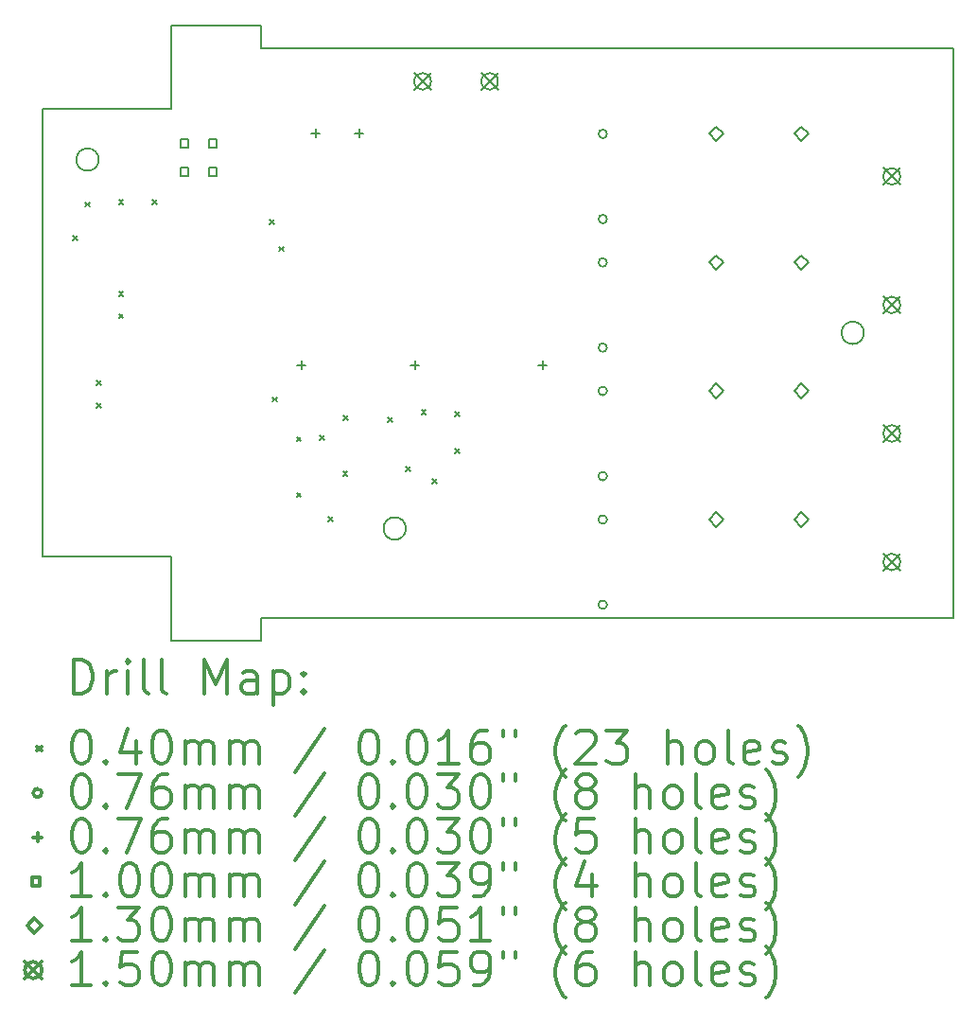
<source format=gbr>
%FSLAX45Y45*%
G04 Gerber Fmt 4.5, Leading zero omitted, Abs format (unit mm)*
G04 Created by KiCad (PCBNEW 5.0.2-bee76a0~70~ubuntu18.04.1) date Mon 02 Dec 2019 10:21:49 PM CET*
%MOMM*%
%LPD*%
G01*
G04 APERTURE LIST*
%ADD10C,0.200000*%
%ADD11C,0.300000*%
G04 APERTURE END LIST*
D10*
X3250000Y1000000D02*
G75*
G03X3250000Y1000000I-100000J0D01*
G01*
X500000Y4300000D02*
G75*
G03X500000Y4300000I-100000J0D01*
G01*
X7350000Y2750000D02*
G75*
G03X7350000Y2750000I-100000J0D01*
G01*
X8150000Y5300000D02*
X8150000Y200000D01*
X8150000Y5300000D02*
X1950000Y5300000D01*
X1950000Y200000D02*
X8150000Y200000D01*
X1950000Y0D02*
X1950000Y200000D01*
X1950000Y5300000D02*
X1950000Y5500000D01*
X1950000Y0D02*
X1150000Y0D01*
X1150000Y5500000D02*
X1950000Y5500000D01*
X1150000Y5500000D02*
X1150000Y4750000D01*
X1150000Y750000D02*
X1150000Y0D01*
X1150000Y750000D02*
X0Y750000D01*
X0Y4750000D02*
X1150000Y4750000D01*
X0Y750000D02*
X0Y4750000D01*
D10*
X270000Y3620000D02*
X310000Y3580000D01*
X310000Y3620000D02*
X270000Y3580000D01*
X380000Y3920000D02*
X420000Y3880000D01*
X420000Y3920000D02*
X380000Y3880000D01*
X480000Y2320000D02*
X520000Y2280000D01*
X520000Y2320000D02*
X480000Y2280000D01*
X480000Y2120000D02*
X520000Y2080000D01*
X520000Y2120000D02*
X480000Y2080000D01*
X680000Y3940000D02*
X720000Y3900000D01*
X720000Y3940000D02*
X680000Y3900000D01*
X680000Y3120000D02*
X720000Y3080000D01*
X720000Y3120000D02*
X680000Y3080000D01*
X680000Y2920000D02*
X720000Y2880000D01*
X720000Y2920000D02*
X680000Y2880000D01*
X980000Y3940000D02*
X1020000Y3900000D01*
X1020000Y3940000D02*
X980000Y3900000D01*
X2030000Y3760000D02*
X2070000Y3720000D01*
X2070000Y3760000D02*
X2030000Y3720000D01*
X2055000Y2175000D02*
X2095000Y2135000D01*
X2095000Y2175000D02*
X2055000Y2135000D01*
X2115000Y3520000D02*
X2155000Y3480000D01*
X2155000Y3520000D02*
X2115000Y3480000D01*
X2272500Y1820000D02*
X2312500Y1780000D01*
X2312500Y1820000D02*
X2272500Y1780000D01*
X2272500Y1320000D02*
X2312500Y1280000D01*
X2312500Y1320000D02*
X2272500Y1280000D01*
X2480000Y1830000D02*
X2520000Y1790000D01*
X2520000Y1830000D02*
X2480000Y1790000D01*
X2555000Y1105000D02*
X2595000Y1065000D01*
X2595000Y1105000D02*
X2555000Y1065000D01*
X2687500Y1507500D02*
X2727500Y1467500D01*
X2727500Y1507500D02*
X2687500Y1467500D01*
X2690000Y2007500D02*
X2730000Y1967500D01*
X2730000Y2007500D02*
X2690000Y1967500D01*
X3090000Y1991000D02*
X3130000Y1951000D01*
X3130000Y1991000D02*
X3090000Y1951000D01*
X3250000Y1551000D02*
X3290000Y1511000D01*
X3290000Y1551000D02*
X3250000Y1511000D01*
X3390000Y2061000D02*
X3430000Y2021000D01*
X3430000Y2061000D02*
X3390000Y2021000D01*
X3490000Y1442500D02*
X3530000Y1402500D01*
X3530000Y1442500D02*
X3490000Y1402500D01*
X3690000Y2041000D02*
X3730000Y2001000D01*
X3730000Y2041000D02*
X3690000Y2001000D01*
X3690000Y1711000D02*
X3730000Y1671000D01*
X3730000Y1711000D02*
X3690000Y1671000D01*
X5050500Y2230000D02*
G75*
G03X5050500Y2230000I-38000J0D01*
G01*
X5050500Y1468000D02*
G75*
G03X5050500Y1468000I-38000J0D01*
G01*
X5050500Y4530000D02*
G75*
G03X5050500Y4530000I-38000J0D01*
G01*
X5050500Y3768000D02*
G75*
G03X5050500Y3768000I-38000J0D01*
G01*
X5050500Y3380000D02*
G75*
G03X5050500Y3380000I-38000J0D01*
G01*
X5050500Y2618000D02*
G75*
G03X5050500Y2618000I-38000J0D01*
G01*
X5050500Y1080000D02*
G75*
G03X5050500Y1080000I-38000J0D01*
G01*
X5050500Y318000D02*
G75*
G03X5050500Y318000I-38000J0D01*
G01*
X2314000Y2500100D02*
X2314000Y2423900D01*
X2275900Y2462000D02*
X2352100Y2462000D01*
X2443000Y4576100D02*
X2443000Y4499900D01*
X2404900Y4538000D02*
X2481100Y4538000D01*
X2833000Y4576100D02*
X2833000Y4499900D01*
X2794900Y4538000D02*
X2871100Y4538000D01*
X3330000Y2500100D02*
X3330000Y2423900D01*
X3291900Y2462000D02*
X3368100Y2462000D01*
X4473000Y2500100D02*
X4473000Y2423900D01*
X4434900Y2462000D02*
X4511100Y2462000D01*
X1305356Y4409644D02*
X1305356Y4480356D01*
X1234644Y4480356D01*
X1234644Y4409644D01*
X1305356Y4409644D01*
X1305356Y4155644D02*
X1305356Y4226356D01*
X1234644Y4226356D01*
X1234644Y4155644D01*
X1305356Y4155644D01*
X1559356Y4409644D02*
X1559356Y4480356D01*
X1488644Y4480356D01*
X1488644Y4409644D01*
X1559356Y4409644D01*
X1559356Y4155644D02*
X1559356Y4226356D01*
X1488644Y4226356D01*
X1488644Y4155644D01*
X1559356Y4155644D01*
X6028500Y4465000D02*
X6093500Y4530000D01*
X6028500Y4595000D01*
X5963500Y4530000D01*
X6028500Y4465000D01*
X6790500Y4465000D02*
X6855500Y4530000D01*
X6790500Y4595000D01*
X6725500Y4530000D01*
X6790500Y4465000D01*
X6028500Y3315000D02*
X6093500Y3380000D01*
X6028500Y3445000D01*
X5963500Y3380000D01*
X6028500Y3315000D01*
X6790500Y3315000D02*
X6855500Y3380000D01*
X6790500Y3445000D01*
X6725500Y3380000D01*
X6790500Y3315000D01*
X6028500Y1015000D02*
X6093500Y1080000D01*
X6028500Y1145000D01*
X5963500Y1080000D01*
X6028500Y1015000D01*
X6790500Y1015000D02*
X6855500Y1080000D01*
X6790500Y1145000D01*
X6725500Y1080000D01*
X6790500Y1015000D01*
X6028500Y2165000D02*
X6093500Y2230000D01*
X6028500Y2295000D01*
X5963500Y2230000D01*
X6028500Y2165000D01*
X6790500Y2165000D02*
X6855500Y2230000D01*
X6790500Y2295000D01*
X6725500Y2230000D01*
X6790500Y2165000D01*
X7525000Y4225000D02*
X7675000Y4075000D01*
X7675000Y4225000D02*
X7525000Y4075000D01*
X7675000Y4150000D02*
G75*
G03X7675000Y4150000I-75000J0D01*
G01*
X7525000Y3075000D02*
X7675000Y2925000D01*
X7675000Y3075000D02*
X7525000Y2925000D01*
X7675000Y3000000D02*
G75*
G03X7675000Y3000000I-75000J0D01*
G01*
X7525000Y775000D02*
X7675000Y625000D01*
X7675000Y775000D02*
X7525000Y625000D01*
X7675000Y700000D02*
G75*
G03X7675000Y700000I-75000J0D01*
G01*
X7525000Y1925000D02*
X7675000Y1775000D01*
X7675000Y1925000D02*
X7525000Y1775000D01*
X7675000Y1850000D02*
G75*
G03X7675000Y1850000I-75000J0D01*
G01*
X3325000Y5075000D02*
X3475000Y4925000D01*
X3475000Y5075000D02*
X3325000Y4925000D01*
X3475000Y5000000D02*
G75*
G03X3475000Y5000000I-75000J0D01*
G01*
X3925000Y5075000D02*
X4075000Y4925000D01*
X4075000Y5075000D02*
X3925000Y4925000D01*
X4075000Y5000000D02*
G75*
G03X4075000Y5000000I-75000J0D01*
G01*
D11*
X276428Y-475714D02*
X276428Y-175714D01*
X347857Y-175714D01*
X390714Y-190000D01*
X419286Y-218571D01*
X433571Y-247143D01*
X447857Y-304286D01*
X447857Y-347143D01*
X433571Y-404286D01*
X419286Y-432857D01*
X390714Y-461429D01*
X347857Y-475714D01*
X276428Y-475714D01*
X576428Y-475714D02*
X576428Y-275714D01*
X576428Y-332857D02*
X590714Y-304286D01*
X605000Y-290000D01*
X633571Y-275714D01*
X662143Y-275714D01*
X762143Y-475714D02*
X762143Y-275714D01*
X762143Y-175714D02*
X747857Y-190000D01*
X762143Y-204286D01*
X776428Y-190000D01*
X762143Y-175714D01*
X762143Y-204286D01*
X947857Y-475714D02*
X919286Y-461429D01*
X905000Y-432857D01*
X905000Y-175714D01*
X1105000Y-475714D02*
X1076428Y-461429D01*
X1062143Y-432857D01*
X1062143Y-175714D01*
X1447857Y-475714D02*
X1447857Y-175714D01*
X1547857Y-390000D01*
X1647857Y-175714D01*
X1647857Y-475714D01*
X1919286Y-475714D02*
X1919286Y-318572D01*
X1905000Y-290000D01*
X1876428Y-275714D01*
X1819286Y-275714D01*
X1790714Y-290000D01*
X1919286Y-461429D02*
X1890714Y-475714D01*
X1819286Y-475714D01*
X1790714Y-461429D01*
X1776428Y-432857D01*
X1776428Y-404286D01*
X1790714Y-375714D01*
X1819286Y-361429D01*
X1890714Y-361429D01*
X1919286Y-347143D01*
X2062143Y-275714D02*
X2062143Y-575714D01*
X2062143Y-290000D02*
X2090714Y-275714D01*
X2147857Y-275714D01*
X2176428Y-290000D01*
X2190714Y-304286D01*
X2205000Y-332857D01*
X2205000Y-418571D01*
X2190714Y-447143D01*
X2176428Y-461429D01*
X2147857Y-475714D01*
X2090714Y-475714D01*
X2062143Y-461429D01*
X2333571Y-447143D02*
X2347857Y-461429D01*
X2333571Y-475714D01*
X2319286Y-461429D01*
X2333571Y-447143D01*
X2333571Y-475714D01*
X2333571Y-290000D02*
X2347857Y-304286D01*
X2333571Y-318572D01*
X2319286Y-304286D01*
X2333571Y-290000D01*
X2333571Y-318572D01*
X-50000Y-950000D02*
X-10000Y-990000D01*
X-10000Y-950000D02*
X-50000Y-990000D01*
X333571Y-805714D02*
X362143Y-805714D01*
X390714Y-820000D01*
X405000Y-834286D01*
X419286Y-862857D01*
X433571Y-920000D01*
X433571Y-991429D01*
X419286Y-1048571D01*
X405000Y-1077143D01*
X390714Y-1091429D01*
X362143Y-1105714D01*
X333571Y-1105714D01*
X305000Y-1091429D01*
X290714Y-1077143D01*
X276428Y-1048571D01*
X262143Y-991429D01*
X262143Y-920000D01*
X276428Y-862857D01*
X290714Y-834286D01*
X305000Y-820000D01*
X333571Y-805714D01*
X562143Y-1077143D02*
X576428Y-1091429D01*
X562143Y-1105714D01*
X547857Y-1091429D01*
X562143Y-1077143D01*
X562143Y-1105714D01*
X833571Y-905714D02*
X833571Y-1105714D01*
X762143Y-791429D02*
X690714Y-1005714D01*
X876428Y-1005714D01*
X1047857Y-805714D02*
X1076428Y-805714D01*
X1105000Y-820000D01*
X1119286Y-834286D01*
X1133571Y-862857D01*
X1147857Y-920000D01*
X1147857Y-991429D01*
X1133571Y-1048571D01*
X1119286Y-1077143D01*
X1105000Y-1091429D01*
X1076428Y-1105714D01*
X1047857Y-1105714D01*
X1019286Y-1091429D01*
X1005000Y-1077143D01*
X990714Y-1048571D01*
X976428Y-991429D01*
X976428Y-920000D01*
X990714Y-862857D01*
X1005000Y-834286D01*
X1019286Y-820000D01*
X1047857Y-805714D01*
X1276428Y-1105714D02*
X1276428Y-905714D01*
X1276428Y-934286D02*
X1290714Y-920000D01*
X1319286Y-905714D01*
X1362143Y-905714D01*
X1390714Y-920000D01*
X1405000Y-948571D01*
X1405000Y-1105714D01*
X1405000Y-948571D02*
X1419286Y-920000D01*
X1447857Y-905714D01*
X1490714Y-905714D01*
X1519286Y-920000D01*
X1533571Y-948571D01*
X1533571Y-1105714D01*
X1676428Y-1105714D02*
X1676428Y-905714D01*
X1676428Y-934286D02*
X1690714Y-920000D01*
X1719286Y-905714D01*
X1762143Y-905714D01*
X1790714Y-920000D01*
X1805000Y-948571D01*
X1805000Y-1105714D01*
X1805000Y-948571D02*
X1819286Y-920000D01*
X1847857Y-905714D01*
X1890714Y-905714D01*
X1919286Y-920000D01*
X1933571Y-948571D01*
X1933571Y-1105714D01*
X2519286Y-791429D02*
X2262143Y-1177143D01*
X2905000Y-805714D02*
X2933571Y-805714D01*
X2962143Y-820000D01*
X2976428Y-834286D01*
X2990714Y-862857D01*
X3005000Y-920000D01*
X3005000Y-991429D01*
X2990714Y-1048571D01*
X2976428Y-1077143D01*
X2962143Y-1091429D01*
X2933571Y-1105714D01*
X2905000Y-1105714D01*
X2876428Y-1091429D01*
X2862143Y-1077143D01*
X2847857Y-1048571D01*
X2833571Y-991429D01*
X2833571Y-920000D01*
X2847857Y-862857D01*
X2862143Y-834286D01*
X2876428Y-820000D01*
X2905000Y-805714D01*
X3133571Y-1077143D02*
X3147857Y-1091429D01*
X3133571Y-1105714D01*
X3119286Y-1091429D01*
X3133571Y-1077143D01*
X3133571Y-1105714D01*
X3333571Y-805714D02*
X3362143Y-805714D01*
X3390714Y-820000D01*
X3405000Y-834286D01*
X3419286Y-862857D01*
X3433571Y-920000D01*
X3433571Y-991429D01*
X3419286Y-1048571D01*
X3405000Y-1077143D01*
X3390714Y-1091429D01*
X3362143Y-1105714D01*
X3333571Y-1105714D01*
X3305000Y-1091429D01*
X3290714Y-1077143D01*
X3276428Y-1048571D01*
X3262143Y-991429D01*
X3262143Y-920000D01*
X3276428Y-862857D01*
X3290714Y-834286D01*
X3305000Y-820000D01*
X3333571Y-805714D01*
X3719286Y-1105714D02*
X3547857Y-1105714D01*
X3633571Y-1105714D02*
X3633571Y-805714D01*
X3605000Y-848571D01*
X3576428Y-877143D01*
X3547857Y-891429D01*
X3976428Y-805714D02*
X3919286Y-805714D01*
X3890714Y-820000D01*
X3876428Y-834286D01*
X3847857Y-877143D01*
X3833571Y-934286D01*
X3833571Y-1048571D01*
X3847857Y-1077143D01*
X3862143Y-1091429D01*
X3890714Y-1105714D01*
X3947857Y-1105714D01*
X3976428Y-1091429D01*
X3990714Y-1077143D01*
X4005000Y-1048571D01*
X4005000Y-977143D01*
X3990714Y-948571D01*
X3976428Y-934286D01*
X3947857Y-920000D01*
X3890714Y-920000D01*
X3862143Y-934286D01*
X3847857Y-948571D01*
X3833571Y-977143D01*
X4119286Y-805714D02*
X4119286Y-862857D01*
X4233571Y-805714D02*
X4233571Y-862857D01*
X4676428Y-1220000D02*
X4662143Y-1205714D01*
X4633571Y-1162857D01*
X4619286Y-1134286D01*
X4605000Y-1091429D01*
X4590714Y-1020000D01*
X4590714Y-962857D01*
X4605000Y-891429D01*
X4619286Y-848571D01*
X4633571Y-820000D01*
X4662143Y-777143D01*
X4676428Y-762857D01*
X4776428Y-834286D02*
X4790714Y-820000D01*
X4819286Y-805714D01*
X4890714Y-805714D01*
X4919286Y-820000D01*
X4933571Y-834286D01*
X4947857Y-862857D01*
X4947857Y-891429D01*
X4933571Y-934286D01*
X4762143Y-1105714D01*
X4947857Y-1105714D01*
X5047857Y-805714D02*
X5233571Y-805714D01*
X5133571Y-920000D01*
X5176428Y-920000D01*
X5205000Y-934286D01*
X5219286Y-948571D01*
X5233571Y-977143D01*
X5233571Y-1048571D01*
X5219286Y-1077143D01*
X5205000Y-1091429D01*
X5176428Y-1105714D01*
X5090714Y-1105714D01*
X5062143Y-1091429D01*
X5047857Y-1077143D01*
X5590714Y-1105714D02*
X5590714Y-805714D01*
X5719286Y-1105714D02*
X5719286Y-948571D01*
X5705000Y-920000D01*
X5676428Y-905714D01*
X5633571Y-905714D01*
X5605000Y-920000D01*
X5590714Y-934286D01*
X5905000Y-1105714D02*
X5876428Y-1091429D01*
X5862143Y-1077143D01*
X5847857Y-1048571D01*
X5847857Y-962857D01*
X5862143Y-934286D01*
X5876428Y-920000D01*
X5905000Y-905714D01*
X5947857Y-905714D01*
X5976428Y-920000D01*
X5990714Y-934286D01*
X6005000Y-962857D01*
X6005000Y-1048571D01*
X5990714Y-1077143D01*
X5976428Y-1091429D01*
X5947857Y-1105714D01*
X5905000Y-1105714D01*
X6176428Y-1105714D02*
X6147857Y-1091429D01*
X6133571Y-1062857D01*
X6133571Y-805714D01*
X6405000Y-1091429D02*
X6376428Y-1105714D01*
X6319286Y-1105714D01*
X6290714Y-1091429D01*
X6276428Y-1062857D01*
X6276428Y-948571D01*
X6290714Y-920000D01*
X6319286Y-905714D01*
X6376428Y-905714D01*
X6405000Y-920000D01*
X6419286Y-948571D01*
X6419286Y-977143D01*
X6276428Y-1005714D01*
X6533571Y-1091429D02*
X6562143Y-1105714D01*
X6619286Y-1105714D01*
X6647857Y-1091429D01*
X6662143Y-1062857D01*
X6662143Y-1048571D01*
X6647857Y-1020000D01*
X6619286Y-1005714D01*
X6576428Y-1005714D01*
X6547857Y-991429D01*
X6533571Y-962857D01*
X6533571Y-948571D01*
X6547857Y-920000D01*
X6576428Y-905714D01*
X6619286Y-905714D01*
X6647857Y-920000D01*
X6762143Y-1220000D02*
X6776428Y-1205714D01*
X6805000Y-1162857D01*
X6819286Y-1134286D01*
X6833571Y-1091429D01*
X6847857Y-1020000D01*
X6847857Y-962857D01*
X6833571Y-891429D01*
X6819286Y-848571D01*
X6805000Y-820000D01*
X6776428Y-777143D01*
X6762143Y-762857D01*
X-10000Y-1366000D02*
G75*
G03X-10000Y-1366000I-38000J0D01*
G01*
X333571Y-1201714D02*
X362143Y-1201714D01*
X390714Y-1216000D01*
X405000Y-1230286D01*
X419286Y-1258857D01*
X433571Y-1316000D01*
X433571Y-1387429D01*
X419286Y-1444571D01*
X405000Y-1473143D01*
X390714Y-1487429D01*
X362143Y-1501714D01*
X333571Y-1501714D01*
X305000Y-1487429D01*
X290714Y-1473143D01*
X276428Y-1444571D01*
X262143Y-1387429D01*
X262143Y-1316000D01*
X276428Y-1258857D01*
X290714Y-1230286D01*
X305000Y-1216000D01*
X333571Y-1201714D01*
X562143Y-1473143D02*
X576428Y-1487429D01*
X562143Y-1501714D01*
X547857Y-1487429D01*
X562143Y-1473143D01*
X562143Y-1501714D01*
X676428Y-1201714D02*
X876428Y-1201714D01*
X747857Y-1501714D01*
X1119286Y-1201714D02*
X1062143Y-1201714D01*
X1033571Y-1216000D01*
X1019286Y-1230286D01*
X990714Y-1273143D01*
X976428Y-1330286D01*
X976428Y-1444571D01*
X990714Y-1473143D01*
X1005000Y-1487429D01*
X1033571Y-1501714D01*
X1090714Y-1501714D01*
X1119286Y-1487429D01*
X1133571Y-1473143D01*
X1147857Y-1444571D01*
X1147857Y-1373143D01*
X1133571Y-1344572D01*
X1119286Y-1330286D01*
X1090714Y-1316000D01*
X1033571Y-1316000D01*
X1005000Y-1330286D01*
X990714Y-1344572D01*
X976428Y-1373143D01*
X1276428Y-1501714D02*
X1276428Y-1301714D01*
X1276428Y-1330286D02*
X1290714Y-1316000D01*
X1319286Y-1301714D01*
X1362143Y-1301714D01*
X1390714Y-1316000D01*
X1405000Y-1344572D01*
X1405000Y-1501714D01*
X1405000Y-1344572D02*
X1419286Y-1316000D01*
X1447857Y-1301714D01*
X1490714Y-1301714D01*
X1519286Y-1316000D01*
X1533571Y-1344572D01*
X1533571Y-1501714D01*
X1676428Y-1501714D02*
X1676428Y-1301714D01*
X1676428Y-1330286D02*
X1690714Y-1316000D01*
X1719286Y-1301714D01*
X1762143Y-1301714D01*
X1790714Y-1316000D01*
X1805000Y-1344572D01*
X1805000Y-1501714D01*
X1805000Y-1344572D02*
X1819286Y-1316000D01*
X1847857Y-1301714D01*
X1890714Y-1301714D01*
X1919286Y-1316000D01*
X1933571Y-1344572D01*
X1933571Y-1501714D01*
X2519286Y-1187429D02*
X2262143Y-1573143D01*
X2905000Y-1201714D02*
X2933571Y-1201714D01*
X2962143Y-1216000D01*
X2976428Y-1230286D01*
X2990714Y-1258857D01*
X3005000Y-1316000D01*
X3005000Y-1387429D01*
X2990714Y-1444571D01*
X2976428Y-1473143D01*
X2962143Y-1487429D01*
X2933571Y-1501714D01*
X2905000Y-1501714D01*
X2876428Y-1487429D01*
X2862143Y-1473143D01*
X2847857Y-1444571D01*
X2833571Y-1387429D01*
X2833571Y-1316000D01*
X2847857Y-1258857D01*
X2862143Y-1230286D01*
X2876428Y-1216000D01*
X2905000Y-1201714D01*
X3133571Y-1473143D02*
X3147857Y-1487429D01*
X3133571Y-1501714D01*
X3119286Y-1487429D01*
X3133571Y-1473143D01*
X3133571Y-1501714D01*
X3333571Y-1201714D02*
X3362143Y-1201714D01*
X3390714Y-1216000D01*
X3405000Y-1230286D01*
X3419286Y-1258857D01*
X3433571Y-1316000D01*
X3433571Y-1387429D01*
X3419286Y-1444571D01*
X3405000Y-1473143D01*
X3390714Y-1487429D01*
X3362143Y-1501714D01*
X3333571Y-1501714D01*
X3305000Y-1487429D01*
X3290714Y-1473143D01*
X3276428Y-1444571D01*
X3262143Y-1387429D01*
X3262143Y-1316000D01*
X3276428Y-1258857D01*
X3290714Y-1230286D01*
X3305000Y-1216000D01*
X3333571Y-1201714D01*
X3533571Y-1201714D02*
X3719286Y-1201714D01*
X3619286Y-1316000D01*
X3662143Y-1316000D01*
X3690714Y-1330286D01*
X3705000Y-1344572D01*
X3719286Y-1373143D01*
X3719286Y-1444571D01*
X3705000Y-1473143D01*
X3690714Y-1487429D01*
X3662143Y-1501714D01*
X3576428Y-1501714D01*
X3547857Y-1487429D01*
X3533571Y-1473143D01*
X3905000Y-1201714D02*
X3933571Y-1201714D01*
X3962143Y-1216000D01*
X3976428Y-1230286D01*
X3990714Y-1258857D01*
X4005000Y-1316000D01*
X4005000Y-1387429D01*
X3990714Y-1444571D01*
X3976428Y-1473143D01*
X3962143Y-1487429D01*
X3933571Y-1501714D01*
X3905000Y-1501714D01*
X3876428Y-1487429D01*
X3862143Y-1473143D01*
X3847857Y-1444571D01*
X3833571Y-1387429D01*
X3833571Y-1316000D01*
X3847857Y-1258857D01*
X3862143Y-1230286D01*
X3876428Y-1216000D01*
X3905000Y-1201714D01*
X4119286Y-1201714D02*
X4119286Y-1258857D01*
X4233571Y-1201714D02*
X4233571Y-1258857D01*
X4676428Y-1616000D02*
X4662143Y-1601714D01*
X4633571Y-1558857D01*
X4619286Y-1530286D01*
X4605000Y-1487429D01*
X4590714Y-1416000D01*
X4590714Y-1358857D01*
X4605000Y-1287429D01*
X4619286Y-1244572D01*
X4633571Y-1216000D01*
X4662143Y-1173143D01*
X4676428Y-1158857D01*
X4833571Y-1330286D02*
X4805000Y-1316000D01*
X4790714Y-1301714D01*
X4776428Y-1273143D01*
X4776428Y-1258857D01*
X4790714Y-1230286D01*
X4805000Y-1216000D01*
X4833571Y-1201714D01*
X4890714Y-1201714D01*
X4919286Y-1216000D01*
X4933571Y-1230286D01*
X4947857Y-1258857D01*
X4947857Y-1273143D01*
X4933571Y-1301714D01*
X4919286Y-1316000D01*
X4890714Y-1330286D01*
X4833571Y-1330286D01*
X4805000Y-1344572D01*
X4790714Y-1358857D01*
X4776428Y-1387429D01*
X4776428Y-1444571D01*
X4790714Y-1473143D01*
X4805000Y-1487429D01*
X4833571Y-1501714D01*
X4890714Y-1501714D01*
X4919286Y-1487429D01*
X4933571Y-1473143D01*
X4947857Y-1444571D01*
X4947857Y-1387429D01*
X4933571Y-1358857D01*
X4919286Y-1344572D01*
X4890714Y-1330286D01*
X5305000Y-1501714D02*
X5305000Y-1201714D01*
X5433571Y-1501714D02*
X5433571Y-1344572D01*
X5419286Y-1316000D01*
X5390714Y-1301714D01*
X5347857Y-1301714D01*
X5319286Y-1316000D01*
X5305000Y-1330286D01*
X5619286Y-1501714D02*
X5590714Y-1487429D01*
X5576428Y-1473143D01*
X5562143Y-1444571D01*
X5562143Y-1358857D01*
X5576428Y-1330286D01*
X5590714Y-1316000D01*
X5619286Y-1301714D01*
X5662143Y-1301714D01*
X5690714Y-1316000D01*
X5705000Y-1330286D01*
X5719286Y-1358857D01*
X5719286Y-1444571D01*
X5705000Y-1473143D01*
X5690714Y-1487429D01*
X5662143Y-1501714D01*
X5619286Y-1501714D01*
X5890714Y-1501714D02*
X5862143Y-1487429D01*
X5847857Y-1458857D01*
X5847857Y-1201714D01*
X6119286Y-1487429D02*
X6090714Y-1501714D01*
X6033571Y-1501714D01*
X6005000Y-1487429D01*
X5990714Y-1458857D01*
X5990714Y-1344572D01*
X6005000Y-1316000D01*
X6033571Y-1301714D01*
X6090714Y-1301714D01*
X6119286Y-1316000D01*
X6133571Y-1344572D01*
X6133571Y-1373143D01*
X5990714Y-1401714D01*
X6247857Y-1487429D02*
X6276428Y-1501714D01*
X6333571Y-1501714D01*
X6362143Y-1487429D01*
X6376428Y-1458857D01*
X6376428Y-1444571D01*
X6362143Y-1416000D01*
X6333571Y-1401714D01*
X6290714Y-1401714D01*
X6262143Y-1387429D01*
X6247857Y-1358857D01*
X6247857Y-1344572D01*
X6262143Y-1316000D01*
X6290714Y-1301714D01*
X6333571Y-1301714D01*
X6362143Y-1316000D01*
X6476428Y-1616000D02*
X6490714Y-1601714D01*
X6519286Y-1558857D01*
X6533571Y-1530286D01*
X6547857Y-1487429D01*
X6562143Y-1416000D01*
X6562143Y-1358857D01*
X6547857Y-1287429D01*
X6533571Y-1244572D01*
X6519286Y-1216000D01*
X6490714Y-1173143D01*
X6476428Y-1158857D01*
X-48100Y-1723900D02*
X-48100Y-1800100D01*
X-86200Y-1762000D02*
X-10000Y-1762000D01*
X333571Y-1597714D02*
X362143Y-1597714D01*
X390714Y-1612000D01*
X405000Y-1626286D01*
X419286Y-1654857D01*
X433571Y-1712000D01*
X433571Y-1783429D01*
X419286Y-1840571D01*
X405000Y-1869143D01*
X390714Y-1883429D01*
X362143Y-1897714D01*
X333571Y-1897714D01*
X305000Y-1883429D01*
X290714Y-1869143D01*
X276428Y-1840571D01*
X262143Y-1783429D01*
X262143Y-1712000D01*
X276428Y-1654857D01*
X290714Y-1626286D01*
X305000Y-1612000D01*
X333571Y-1597714D01*
X562143Y-1869143D02*
X576428Y-1883429D01*
X562143Y-1897714D01*
X547857Y-1883429D01*
X562143Y-1869143D01*
X562143Y-1897714D01*
X676428Y-1597714D02*
X876428Y-1597714D01*
X747857Y-1897714D01*
X1119286Y-1597714D02*
X1062143Y-1597714D01*
X1033571Y-1612000D01*
X1019286Y-1626286D01*
X990714Y-1669143D01*
X976428Y-1726286D01*
X976428Y-1840571D01*
X990714Y-1869143D01*
X1005000Y-1883429D01*
X1033571Y-1897714D01*
X1090714Y-1897714D01*
X1119286Y-1883429D01*
X1133571Y-1869143D01*
X1147857Y-1840571D01*
X1147857Y-1769143D01*
X1133571Y-1740571D01*
X1119286Y-1726286D01*
X1090714Y-1712000D01*
X1033571Y-1712000D01*
X1005000Y-1726286D01*
X990714Y-1740571D01*
X976428Y-1769143D01*
X1276428Y-1897714D02*
X1276428Y-1697714D01*
X1276428Y-1726286D02*
X1290714Y-1712000D01*
X1319286Y-1697714D01*
X1362143Y-1697714D01*
X1390714Y-1712000D01*
X1405000Y-1740571D01*
X1405000Y-1897714D01*
X1405000Y-1740571D02*
X1419286Y-1712000D01*
X1447857Y-1697714D01*
X1490714Y-1697714D01*
X1519286Y-1712000D01*
X1533571Y-1740571D01*
X1533571Y-1897714D01*
X1676428Y-1897714D02*
X1676428Y-1697714D01*
X1676428Y-1726286D02*
X1690714Y-1712000D01*
X1719286Y-1697714D01*
X1762143Y-1697714D01*
X1790714Y-1712000D01*
X1805000Y-1740571D01*
X1805000Y-1897714D01*
X1805000Y-1740571D02*
X1819286Y-1712000D01*
X1847857Y-1697714D01*
X1890714Y-1697714D01*
X1919286Y-1712000D01*
X1933571Y-1740571D01*
X1933571Y-1897714D01*
X2519286Y-1583429D02*
X2262143Y-1969143D01*
X2905000Y-1597714D02*
X2933571Y-1597714D01*
X2962143Y-1612000D01*
X2976428Y-1626286D01*
X2990714Y-1654857D01*
X3005000Y-1712000D01*
X3005000Y-1783429D01*
X2990714Y-1840571D01*
X2976428Y-1869143D01*
X2962143Y-1883429D01*
X2933571Y-1897714D01*
X2905000Y-1897714D01*
X2876428Y-1883429D01*
X2862143Y-1869143D01*
X2847857Y-1840571D01*
X2833571Y-1783429D01*
X2833571Y-1712000D01*
X2847857Y-1654857D01*
X2862143Y-1626286D01*
X2876428Y-1612000D01*
X2905000Y-1597714D01*
X3133571Y-1869143D02*
X3147857Y-1883429D01*
X3133571Y-1897714D01*
X3119286Y-1883429D01*
X3133571Y-1869143D01*
X3133571Y-1897714D01*
X3333571Y-1597714D02*
X3362143Y-1597714D01*
X3390714Y-1612000D01*
X3405000Y-1626286D01*
X3419286Y-1654857D01*
X3433571Y-1712000D01*
X3433571Y-1783429D01*
X3419286Y-1840571D01*
X3405000Y-1869143D01*
X3390714Y-1883429D01*
X3362143Y-1897714D01*
X3333571Y-1897714D01*
X3305000Y-1883429D01*
X3290714Y-1869143D01*
X3276428Y-1840571D01*
X3262143Y-1783429D01*
X3262143Y-1712000D01*
X3276428Y-1654857D01*
X3290714Y-1626286D01*
X3305000Y-1612000D01*
X3333571Y-1597714D01*
X3533571Y-1597714D02*
X3719286Y-1597714D01*
X3619286Y-1712000D01*
X3662143Y-1712000D01*
X3690714Y-1726286D01*
X3705000Y-1740571D01*
X3719286Y-1769143D01*
X3719286Y-1840571D01*
X3705000Y-1869143D01*
X3690714Y-1883429D01*
X3662143Y-1897714D01*
X3576428Y-1897714D01*
X3547857Y-1883429D01*
X3533571Y-1869143D01*
X3905000Y-1597714D02*
X3933571Y-1597714D01*
X3962143Y-1612000D01*
X3976428Y-1626286D01*
X3990714Y-1654857D01*
X4005000Y-1712000D01*
X4005000Y-1783429D01*
X3990714Y-1840571D01*
X3976428Y-1869143D01*
X3962143Y-1883429D01*
X3933571Y-1897714D01*
X3905000Y-1897714D01*
X3876428Y-1883429D01*
X3862143Y-1869143D01*
X3847857Y-1840571D01*
X3833571Y-1783429D01*
X3833571Y-1712000D01*
X3847857Y-1654857D01*
X3862143Y-1626286D01*
X3876428Y-1612000D01*
X3905000Y-1597714D01*
X4119286Y-1597714D02*
X4119286Y-1654857D01*
X4233571Y-1597714D02*
X4233571Y-1654857D01*
X4676428Y-2012000D02*
X4662143Y-1997714D01*
X4633571Y-1954857D01*
X4619286Y-1926286D01*
X4605000Y-1883429D01*
X4590714Y-1812000D01*
X4590714Y-1754857D01*
X4605000Y-1683429D01*
X4619286Y-1640571D01*
X4633571Y-1612000D01*
X4662143Y-1569143D01*
X4676428Y-1554857D01*
X4933571Y-1597714D02*
X4790714Y-1597714D01*
X4776428Y-1740571D01*
X4790714Y-1726286D01*
X4819286Y-1712000D01*
X4890714Y-1712000D01*
X4919286Y-1726286D01*
X4933571Y-1740571D01*
X4947857Y-1769143D01*
X4947857Y-1840571D01*
X4933571Y-1869143D01*
X4919286Y-1883429D01*
X4890714Y-1897714D01*
X4819286Y-1897714D01*
X4790714Y-1883429D01*
X4776428Y-1869143D01*
X5305000Y-1897714D02*
X5305000Y-1597714D01*
X5433571Y-1897714D02*
X5433571Y-1740571D01*
X5419286Y-1712000D01*
X5390714Y-1697714D01*
X5347857Y-1697714D01*
X5319286Y-1712000D01*
X5305000Y-1726286D01*
X5619286Y-1897714D02*
X5590714Y-1883429D01*
X5576428Y-1869143D01*
X5562143Y-1840571D01*
X5562143Y-1754857D01*
X5576428Y-1726286D01*
X5590714Y-1712000D01*
X5619286Y-1697714D01*
X5662143Y-1697714D01*
X5690714Y-1712000D01*
X5705000Y-1726286D01*
X5719286Y-1754857D01*
X5719286Y-1840571D01*
X5705000Y-1869143D01*
X5690714Y-1883429D01*
X5662143Y-1897714D01*
X5619286Y-1897714D01*
X5890714Y-1897714D02*
X5862143Y-1883429D01*
X5847857Y-1854857D01*
X5847857Y-1597714D01*
X6119286Y-1883429D02*
X6090714Y-1897714D01*
X6033571Y-1897714D01*
X6005000Y-1883429D01*
X5990714Y-1854857D01*
X5990714Y-1740571D01*
X6005000Y-1712000D01*
X6033571Y-1697714D01*
X6090714Y-1697714D01*
X6119286Y-1712000D01*
X6133571Y-1740571D01*
X6133571Y-1769143D01*
X5990714Y-1797714D01*
X6247857Y-1883429D02*
X6276428Y-1897714D01*
X6333571Y-1897714D01*
X6362143Y-1883429D01*
X6376428Y-1854857D01*
X6376428Y-1840571D01*
X6362143Y-1812000D01*
X6333571Y-1797714D01*
X6290714Y-1797714D01*
X6262143Y-1783429D01*
X6247857Y-1754857D01*
X6247857Y-1740571D01*
X6262143Y-1712000D01*
X6290714Y-1697714D01*
X6333571Y-1697714D01*
X6362143Y-1712000D01*
X6476428Y-2012000D02*
X6490714Y-1997714D01*
X6519286Y-1954857D01*
X6533571Y-1926286D01*
X6547857Y-1883429D01*
X6562143Y-1812000D01*
X6562143Y-1754857D01*
X6547857Y-1683429D01*
X6533571Y-1640571D01*
X6519286Y-1612000D01*
X6490714Y-1569143D01*
X6476428Y-1554857D01*
X-24644Y-2193356D02*
X-24644Y-2122644D01*
X-95356Y-2122644D01*
X-95356Y-2193356D01*
X-24644Y-2193356D01*
X433571Y-2293714D02*
X262143Y-2293714D01*
X347857Y-2293714D02*
X347857Y-1993714D01*
X319286Y-2036571D01*
X290714Y-2065143D01*
X262143Y-2079429D01*
X562143Y-2265143D02*
X576428Y-2279429D01*
X562143Y-2293714D01*
X547857Y-2279429D01*
X562143Y-2265143D01*
X562143Y-2293714D01*
X762143Y-1993714D02*
X790714Y-1993714D01*
X819286Y-2008000D01*
X833571Y-2022286D01*
X847857Y-2050857D01*
X862143Y-2108000D01*
X862143Y-2179429D01*
X847857Y-2236572D01*
X833571Y-2265143D01*
X819286Y-2279429D01*
X790714Y-2293714D01*
X762143Y-2293714D01*
X733571Y-2279429D01*
X719286Y-2265143D01*
X705000Y-2236572D01*
X690714Y-2179429D01*
X690714Y-2108000D01*
X705000Y-2050857D01*
X719286Y-2022286D01*
X733571Y-2008000D01*
X762143Y-1993714D01*
X1047857Y-1993714D02*
X1076428Y-1993714D01*
X1105000Y-2008000D01*
X1119286Y-2022286D01*
X1133571Y-2050857D01*
X1147857Y-2108000D01*
X1147857Y-2179429D01*
X1133571Y-2236572D01*
X1119286Y-2265143D01*
X1105000Y-2279429D01*
X1076428Y-2293714D01*
X1047857Y-2293714D01*
X1019286Y-2279429D01*
X1005000Y-2265143D01*
X990714Y-2236572D01*
X976428Y-2179429D01*
X976428Y-2108000D01*
X990714Y-2050857D01*
X1005000Y-2022286D01*
X1019286Y-2008000D01*
X1047857Y-1993714D01*
X1276428Y-2293714D02*
X1276428Y-2093714D01*
X1276428Y-2122286D02*
X1290714Y-2108000D01*
X1319286Y-2093714D01*
X1362143Y-2093714D01*
X1390714Y-2108000D01*
X1405000Y-2136572D01*
X1405000Y-2293714D01*
X1405000Y-2136572D02*
X1419286Y-2108000D01*
X1447857Y-2093714D01*
X1490714Y-2093714D01*
X1519286Y-2108000D01*
X1533571Y-2136572D01*
X1533571Y-2293714D01*
X1676428Y-2293714D02*
X1676428Y-2093714D01*
X1676428Y-2122286D02*
X1690714Y-2108000D01*
X1719286Y-2093714D01*
X1762143Y-2093714D01*
X1790714Y-2108000D01*
X1805000Y-2136572D01*
X1805000Y-2293714D01*
X1805000Y-2136572D02*
X1819286Y-2108000D01*
X1847857Y-2093714D01*
X1890714Y-2093714D01*
X1919286Y-2108000D01*
X1933571Y-2136572D01*
X1933571Y-2293714D01*
X2519286Y-1979429D02*
X2262143Y-2365143D01*
X2905000Y-1993714D02*
X2933571Y-1993714D01*
X2962143Y-2008000D01*
X2976428Y-2022286D01*
X2990714Y-2050857D01*
X3005000Y-2108000D01*
X3005000Y-2179429D01*
X2990714Y-2236572D01*
X2976428Y-2265143D01*
X2962143Y-2279429D01*
X2933571Y-2293714D01*
X2905000Y-2293714D01*
X2876428Y-2279429D01*
X2862143Y-2265143D01*
X2847857Y-2236572D01*
X2833571Y-2179429D01*
X2833571Y-2108000D01*
X2847857Y-2050857D01*
X2862143Y-2022286D01*
X2876428Y-2008000D01*
X2905000Y-1993714D01*
X3133571Y-2265143D02*
X3147857Y-2279429D01*
X3133571Y-2293714D01*
X3119286Y-2279429D01*
X3133571Y-2265143D01*
X3133571Y-2293714D01*
X3333571Y-1993714D02*
X3362143Y-1993714D01*
X3390714Y-2008000D01*
X3405000Y-2022286D01*
X3419286Y-2050857D01*
X3433571Y-2108000D01*
X3433571Y-2179429D01*
X3419286Y-2236572D01*
X3405000Y-2265143D01*
X3390714Y-2279429D01*
X3362143Y-2293714D01*
X3333571Y-2293714D01*
X3305000Y-2279429D01*
X3290714Y-2265143D01*
X3276428Y-2236572D01*
X3262143Y-2179429D01*
X3262143Y-2108000D01*
X3276428Y-2050857D01*
X3290714Y-2022286D01*
X3305000Y-2008000D01*
X3333571Y-1993714D01*
X3533571Y-1993714D02*
X3719286Y-1993714D01*
X3619286Y-2108000D01*
X3662143Y-2108000D01*
X3690714Y-2122286D01*
X3705000Y-2136572D01*
X3719286Y-2165143D01*
X3719286Y-2236572D01*
X3705000Y-2265143D01*
X3690714Y-2279429D01*
X3662143Y-2293714D01*
X3576428Y-2293714D01*
X3547857Y-2279429D01*
X3533571Y-2265143D01*
X3862143Y-2293714D02*
X3919286Y-2293714D01*
X3947857Y-2279429D01*
X3962143Y-2265143D01*
X3990714Y-2222286D01*
X4005000Y-2165143D01*
X4005000Y-2050857D01*
X3990714Y-2022286D01*
X3976428Y-2008000D01*
X3947857Y-1993714D01*
X3890714Y-1993714D01*
X3862143Y-2008000D01*
X3847857Y-2022286D01*
X3833571Y-2050857D01*
X3833571Y-2122286D01*
X3847857Y-2150857D01*
X3862143Y-2165143D01*
X3890714Y-2179429D01*
X3947857Y-2179429D01*
X3976428Y-2165143D01*
X3990714Y-2150857D01*
X4005000Y-2122286D01*
X4119286Y-1993714D02*
X4119286Y-2050857D01*
X4233571Y-1993714D02*
X4233571Y-2050857D01*
X4676428Y-2408000D02*
X4662143Y-2393714D01*
X4633571Y-2350857D01*
X4619286Y-2322286D01*
X4605000Y-2279429D01*
X4590714Y-2208000D01*
X4590714Y-2150857D01*
X4605000Y-2079429D01*
X4619286Y-2036571D01*
X4633571Y-2008000D01*
X4662143Y-1965143D01*
X4676428Y-1950857D01*
X4919286Y-2093714D02*
X4919286Y-2293714D01*
X4847857Y-1979429D02*
X4776428Y-2193714D01*
X4962143Y-2193714D01*
X5305000Y-2293714D02*
X5305000Y-1993714D01*
X5433571Y-2293714D02*
X5433571Y-2136572D01*
X5419286Y-2108000D01*
X5390714Y-2093714D01*
X5347857Y-2093714D01*
X5319286Y-2108000D01*
X5305000Y-2122286D01*
X5619286Y-2293714D02*
X5590714Y-2279429D01*
X5576428Y-2265143D01*
X5562143Y-2236572D01*
X5562143Y-2150857D01*
X5576428Y-2122286D01*
X5590714Y-2108000D01*
X5619286Y-2093714D01*
X5662143Y-2093714D01*
X5690714Y-2108000D01*
X5705000Y-2122286D01*
X5719286Y-2150857D01*
X5719286Y-2236572D01*
X5705000Y-2265143D01*
X5690714Y-2279429D01*
X5662143Y-2293714D01*
X5619286Y-2293714D01*
X5890714Y-2293714D02*
X5862143Y-2279429D01*
X5847857Y-2250857D01*
X5847857Y-1993714D01*
X6119286Y-2279429D02*
X6090714Y-2293714D01*
X6033571Y-2293714D01*
X6005000Y-2279429D01*
X5990714Y-2250857D01*
X5990714Y-2136572D01*
X6005000Y-2108000D01*
X6033571Y-2093714D01*
X6090714Y-2093714D01*
X6119286Y-2108000D01*
X6133571Y-2136572D01*
X6133571Y-2165143D01*
X5990714Y-2193714D01*
X6247857Y-2279429D02*
X6276428Y-2293714D01*
X6333571Y-2293714D01*
X6362143Y-2279429D01*
X6376428Y-2250857D01*
X6376428Y-2236572D01*
X6362143Y-2208000D01*
X6333571Y-2193714D01*
X6290714Y-2193714D01*
X6262143Y-2179429D01*
X6247857Y-2150857D01*
X6247857Y-2136572D01*
X6262143Y-2108000D01*
X6290714Y-2093714D01*
X6333571Y-2093714D01*
X6362143Y-2108000D01*
X6476428Y-2408000D02*
X6490714Y-2393714D01*
X6519286Y-2350857D01*
X6533571Y-2322286D01*
X6547857Y-2279429D01*
X6562143Y-2208000D01*
X6562143Y-2150857D01*
X6547857Y-2079429D01*
X6533571Y-2036571D01*
X6519286Y-2008000D01*
X6490714Y-1965143D01*
X6476428Y-1950857D01*
X-75000Y-2619000D02*
X-10000Y-2554000D01*
X-75000Y-2489000D01*
X-140000Y-2554000D01*
X-75000Y-2619000D01*
X433571Y-2689714D02*
X262143Y-2689714D01*
X347857Y-2689714D02*
X347857Y-2389714D01*
X319286Y-2432572D01*
X290714Y-2461143D01*
X262143Y-2475429D01*
X562143Y-2661143D02*
X576428Y-2675429D01*
X562143Y-2689714D01*
X547857Y-2675429D01*
X562143Y-2661143D01*
X562143Y-2689714D01*
X676428Y-2389714D02*
X862143Y-2389714D01*
X762143Y-2504000D01*
X805000Y-2504000D01*
X833571Y-2518286D01*
X847857Y-2532572D01*
X862143Y-2561143D01*
X862143Y-2632572D01*
X847857Y-2661143D01*
X833571Y-2675429D01*
X805000Y-2689714D01*
X719286Y-2689714D01*
X690714Y-2675429D01*
X676428Y-2661143D01*
X1047857Y-2389714D02*
X1076428Y-2389714D01*
X1105000Y-2404000D01*
X1119286Y-2418286D01*
X1133571Y-2446857D01*
X1147857Y-2504000D01*
X1147857Y-2575429D01*
X1133571Y-2632572D01*
X1119286Y-2661143D01*
X1105000Y-2675429D01*
X1076428Y-2689714D01*
X1047857Y-2689714D01*
X1019286Y-2675429D01*
X1005000Y-2661143D01*
X990714Y-2632572D01*
X976428Y-2575429D01*
X976428Y-2504000D01*
X990714Y-2446857D01*
X1005000Y-2418286D01*
X1019286Y-2404000D01*
X1047857Y-2389714D01*
X1276428Y-2689714D02*
X1276428Y-2489714D01*
X1276428Y-2518286D02*
X1290714Y-2504000D01*
X1319286Y-2489714D01*
X1362143Y-2489714D01*
X1390714Y-2504000D01*
X1405000Y-2532572D01*
X1405000Y-2689714D01*
X1405000Y-2532572D02*
X1419286Y-2504000D01*
X1447857Y-2489714D01*
X1490714Y-2489714D01*
X1519286Y-2504000D01*
X1533571Y-2532572D01*
X1533571Y-2689714D01*
X1676428Y-2689714D02*
X1676428Y-2489714D01*
X1676428Y-2518286D02*
X1690714Y-2504000D01*
X1719286Y-2489714D01*
X1762143Y-2489714D01*
X1790714Y-2504000D01*
X1805000Y-2532572D01*
X1805000Y-2689714D01*
X1805000Y-2532572D02*
X1819286Y-2504000D01*
X1847857Y-2489714D01*
X1890714Y-2489714D01*
X1919286Y-2504000D01*
X1933571Y-2532572D01*
X1933571Y-2689714D01*
X2519286Y-2375429D02*
X2262143Y-2761143D01*
X2905000Y-2389714D02*
X2933571Y-2389714D01*
X2962143Y-2404000D01*
X2976428Y-2418286D01*
X2990714Y-2446857D01*
X3005000Y-2504000D01*
X3005000Y-2575429D01*
X2990714Y-2632572D01*
X2976428Y-2661143D01*
X2962143Y-2675429D01*
X2933571Y-2689714D01*
X2905000Y-2689714D01*
X2876428Y-2675429D01*
X2862143Y-2661143D01*
X2847857Y-2632572D01*
X2833571Y-2575429D01*
X2833571Y-2504000D01*
X2847857Y-2446857D01*
X2862143Y-2418286D01*
X2876428Y-2404000D01*
X2905000Y-2389714D01*
X3133571Y-2661143D02*
X3147857Y-2675429D01*
X3133571Y-2689714D01*
X3119286Y-2675429D01*
X3133571Y-2661143D01*
X3133571Y-2689714D01*
X3333571Y-2389714D02*
X3362143Y-2389714D01*
X3390714Y-2404000D01*
X3405000Y-2418286D01*
X3419286Y-2446857D01*
X3433571Y-2504000D01*
X3433571Y-2575429D01*
X3419286Y-2632572D01*
X3405000Y-2661143D01*
X3390714Y-2675429D01*
X3362143Y-2689714D01*
X3333571Y-2689714D01*
X3305000Y-2675429D01*
X3290714Y-2661143D01*
X3276428Y-2632572D01*
X3262143Y-2575429D01*
X3262143Y-2504000D01*
X3276428Y-2446857D01*
X3290714Y-2418286D01*
X3305000Y-2404000D01*
X3333571Y-2389714D01*
X3705000Y-2389714D02*
X3562143Y-2389714D01*
X3547857Y-2532572D01*
X3562143Y-2518286D01*
X3590714Y-2504000D01*
X3662143Y-2504000D01*
X3690714Y-2518286D01*
X3705000Y-2532572D01*
X3719286Y-2561143D01*
X3719286Y-2632572D01*
X3705000Y-2661143D01*
X3690714Y-2675429D01*
X3662143Y-2689714D01*
X3590714Y-2689714D01*
X3562143Y-2675429D01*
X3547857Y-2661143D01*
X4005000Y-2689714D02*
X3833571Y-2689714D01*
X3919286Y-2689714D02*
X3919286Y-2389714D01*
X3890714Y-2432572D01*
X3862143Y-2461143D01*
X3833571Y-2475429D01*
X4119286Y-2389714D02*
X4119286Y-2446857D01*
X4233571Y-2389714D02*
X4233571Y-2446857D01*
X4676428Y-2804000D02*
X4662143Y-2789714D01*
X4633571Y-2746857D01*
X4619286Y-2718286D01*
X4605000Y-2675429D01*
X4590714Y-2604000D01*
X4590714Y-2546857D01*
X4605000Y-2475429D01*
X4619286Y-2432572D01*
X4633571Y-2404000D01*
X4662143Y-2361143D01*
X4676428Y-2346857D01*
X4833571Y-2518286D02*
X4805000Y-2504000D01*
X4790714Y-2489714D01*
X4776428Y-2461143D01*
X4776428Y-2446857D01*
X4790714Y-2418286D01*
X4805000Y-2404000D01*
X4833571Y-2389714D01*
X4890714Y-2389714D01*
X4919286Y-2404000D01*
X4933571Y-2418286D01*
X4947857Y-2446857D01*
X4947857Y-2461143D01*
X4933571Y-2489714D01*
X4919286Y-2504000D01*
X4890714Y-2518286D01*
X4833571Y-2518286D01*
X4805000Y-2532572D01*
X4790714Y-2546857D01*
X4776428Y-2575429D01*
X4776428Y-2632572D01*
X4790714Y-2661143D01*
X4805000Y-2675429D01*
X4833571Y-2689714D01*
X4890714Y-2689714D01*
X4919286Y-2675429D01*
X4933571Y-2661143D01*
X4947857Y-2632572D01*
X4947857Y-2575429D01*
X4933571Y-2546857D01*
X4919286Y-2532572D01*
X4890714Y-2518286D01*
X5305000Y-2689714D02*
X5305000Y-2389714D01*
X5433571Y-2689714D02*
X5433571Y-2532572D01*
X5419286Y-2504000D01*
X5390714Y-2489714D01*
X5347857Y-2489714D01*
X5319286Y-2504000D01*
X5305000Y-2518286D01*
X5619286Y-2689714D02*
X5590714Y-2675429D01*
X5576428Y-2661143D01*
X5562143Y-2632572D01*
X5562143Y-2546857D01*
X5576428Y-2518286D01*
X5590714Y-2504000D01*
X5619286Y-2489714D01*
X5662143Y-2489714D01*
X5690714Y-2504000D01*
X5705000Y-2518286D01*
X5719286Y-2546857D01*
X5719286Y-2632572D01*
X5705000Y-2661143D01*
X5690714Y-2675429D01*
X5662143Y-2689714D01*
X5619286Y-2689714D01*
X5890714Y-2689714D02*
X5862143Y-2675429D01*
X5847857Y-2646857D01*
X5847857Y-2389714D01*
X6119286Y-2675429D02*
X6090714Y-2689714D01*
X6033571Y-2689714D01*
X6005000Y-2675429D01*
X5990714Y-2646857D01*
X5990714Y-2532572D01*
X6005000Y-2504000D01*
X6033571Y-2489714D01*
X6090714Y-2489714D01*
X6119286Y-2504000D01*
X6133571Y-2532572D01*
X6133571Y-2561143D01*
X5990714Y-2589714D01*
X6247857Y-2675429D02*
X6276428Y-2689714D01*
X6333571Y-2689714D01*
X6362143Y-2675429D01*
X6376428Y-2646857D01*
X6376428Y-2632572D01*
X6362143Y-2604000D01*
X6333571Y-2589714D01*
X6290714Y-2589714D01*
X6262143Y-2575429D01*
X6247857Y-2546857D01*
X6247857Y-2532572D01*
X6262143Y-2504000D01*
X6290714Y-2489714D01*
X6333571Y-2489714D01*
X6362143Y-2504000D01*
X6476428Y-2804000D02*
X6490714Y-2789714D01*
X6519286Y-2746857D01*
X6533571Y-2718286D01*
X6547857Y-2675429D01*
X6562143Y-2604000D01*
X6562143Y-2546857D01*
X6547857Y-2475429D01*
X6533571Y-2432572D01*
X6519286Y-2404000D01*
X6490714Y-2361143D01*
X6476428Y-2346857D01*
X-160000Y-2875000D02*
X-10000Y-3025000D01*
X-10000Y-2875000D02*
X-160000Y-3025000D01*
X-10000Y-2950000D02*
G75*
G03X-10000Y-2950000I-75000J0D01*
G01*
X433571Y-3085714D02*
X262143Y-3085714D01*
X347857Y-3085714D02*
X347857Y-2785714D01*
X319286Y-2828571D01*
X290714Y-2857143D01*
X262143Y-2871429D01*
X562143Y-3057143D02*
X576428Y-3071429D01*
X562143Y-3085714D01*
X547857Y-3071429D01*
X562143Y-3057143D01*
X562143Y-3085714D01*
X847857Y-2785714D02*
X705000Y-2785714D01*
X690714Y-2928571D01*
X705000Y-2914286D01*
X733571Y-2900000D01*
X805000Y-2900000D01*
X833571Y-2914286D01*
X847857Y-2928571D01*
X862143Y-2957143D01*
X862143Y-3028571D01*
X847857Y-3057143D01*
X833571Y-3071429D01*
X805000Y-3085714D01*
X733571Y-3085714D01*
X705000Y-3071429D01*
X690714Y-3057143D01*
X1047857Y-2785714D02*
X1076428Y-2785714D01*
X1105000Y-2800000D01*
X1119286Y-2814286D01*
X1133571Y-2842857D01*
X1147857Y-2900000D01*
X1147857Y-2971429D01*
X1133571Y-3028571D01*
X1119286Y-3057143D01*
X1105000Y-3071429D01*
X1076428Y-3085714D01*
X1047857Y-3085714D01*
X1019286Y-3071429D01*
X1005000Y-3057143D01*
X990714Y-3028571D01*
X976428Y-2971429D01*
X976428Y-2900000D01*
X990714Y-2842857D01*
X1005000Y-2814286D01*
X1019286Y-2800000D01*
X1047857Y-2785714D01*
X1276428Y-3085714D02*
X1276428Y-2885714D01*
X1276428Y-2914286D02*
X1290714Y-2900000D01*
X1319286Y-2885714D01*
X1362143Y-2885714D01*
X1390714Y-2900000D01*
X1405000Y-2928571D01*
X1405000Y-3085714D01*
X1405000Y-2928571D02*
X1419286Y-2900000D01*
X1447857Y-2885714D01*
X1490714Y-2885714D01*
X1519286Y-2900000D01*
X1533571Y-2928571D01*
X1533571Y-3085714D01*
X1676428Y-3085714D02*
X1676428Y-2885714D01*
X1676428Y-2914286D02*
X1690714Y-2900000D01*
X1719286Y-2885714D01*
X1762143Y-2885714D01*
X1790714Y-2900000D01*
X1805000Y-2928571D01*
X1805000Y-3085714D01*
X1805000Y-2928571D02*
X1819286Y-2900000D01*
X1847857Y-2885714D01*
X1890714Y-2885714D01*
X1919286Y-2900000D01*
X1933571Y-2928571D01*
X1933571Y-3085714D01*
X2519286Y-2771429D02*
X2262143Y-3157143D01*
X2905000Y-2785714D02*
X2933571Y-2785714D01*
X2962143Y-2800000D01*
X2976428Y-2814286D01*
X2990714Y-2842857D01*
X3005000Y-2900000D01*
X3005000Y-2971429D01*
X2990714Y-3028571D01*
X2976428Y-3057143D01*
X2962143Y-3071429D01*
X2933571Y-3085714D01*
X2905000Y-3085714D01*
X2876428Y-3071429D01*
X2862143Y-3057143D01*
X2847857Y-3028571D01*
X2833571Y-2971429D01*
X2833571Y-2900000D01*
X2847857Y-2842857D01*
X2862143Y-2814286D01*
X2876428Y-2800000D01*
X2905000Y-2785714D01*
X3133571Y-3057143D02*
X3147857Y-3071429D01*
X3133571Y-3085714D01*
X3119286Y-3071429D01*
X3133571Y-3057143D01*
X3133571Y-3085714D01*
X3333571Y-2785714D02*
X3362143Y-2785714D01*
X3390714Y-2800000D01*
X3405000Y-2814286D01*
X3419286Y-2842857D01*
X3433571Y-2900000D01*
X3433571Y-2971429D01*
X3419286Y-3028571D01*
X3405000Y-3057143D01*
X3390714Y-3071429D01*
X3362143Y-3085714D01*
X3333571Y-3085714D01*
X3305000Y-3071429D01*
X3290714Y-3057143D01*
X3276428Y-3028571D01*
X3262143Y-2971429D01*
X3262143Y-2900000D01*
X3276428Y-2842857D01*
X3290714Y-2814286D01*
X3305000Y-2800000D01*
X3333571Y-2785714D01*
X3705000Y-2785714D02*
X3562143Y-2785714D01*
X3547857Y-2928571D01*
X3562143Y-2914286D01*
X3590714Y-2900000D01*
X3662143Y-2900000D01*
X3690714Y-2914286D01*
X3705000Y-2928571D01*
X3719286Y-2957143D01*
X3719286Y-3028571D01*
X3705000Y-3057143D01*
X3690714Y-3071429D01*
X3662143Y-3085714D01*
X3590714Y-3085714D01*
X3562143Y-3071429D01*
X3547857Y-3057143D01*
X3862143Y-3085714D02*
X3919286Y-3085714D01*
X3947857Y-3071429D01*
X3962143Y-3057143D01*
X3990714Y-3014286D01*
X4005000Y-2957143D01*
X4005000Y-2842857D01*
X3990714Y-2814286D01*
X3976428Y-2800000D01*
X3947857Y-2785714D01*
X3890714Y-2785714D01*
X3862143Y-2800000D01*
X3847857Y-2814286D01*
X3833571Y-2842857D01*
X3833571Y-2914286D01*
X3847857Y-2942857D01*
X3862143Y-2957143D01*
X3890714Y-2971429D01*
X3947857Y-2971429D01*
X3976428Y-2957143D01*
X3990714Y-2942857D01*
X4005000Y-2914286D01*
X4119286Y-2785714D02*
X4119286Y-2842857D01*
X4233571Y-2785714D02*
X4233571Y-2842857D01*
X4676428Y-3200000D02*
X4662143Y-3185714D01*
X4633571Y-3142857D01*
X4619286Y-3114286D01*
X4605000Y-3071429D01*
X4590714Y-3000000D01*
X4590714Y-2942857D01*
X4605000Y-2871429D01*
X4619286Y-2828571D01*
X4633571Y-2800000D01*
X4662143Y-2757143D01*
X4676428Y-2742857D01*
X4919286Y-2785714D02*
X4862143Y-2785714D01*
X4833571Y-2800000D01*
X4819286Y-2814286D01*
X4790714Y-2857143D01*
X4776428Y-2914286D01*
X4776428Y-3028571D01*
X4790714Y-3057143D01*
X4805000Y-3071429D01*
X4833571Y-3085714D01*
X4890714Y-3085714D01*
X4919286Y-3071429D01*
X4933571Y-3057143D01*
X4947857Y-3028571D01*
X4947857Y-2957143D01*
X4933571Y-2928571D01*
X4919286Y-2914286D01*
X4890714Y-2900000D01*
X4833571Y-2900000D01*
X4805000Y-2914286D01*
X4790714Y-2928571D01*
X4776428Y-2957143D01*
X5305000Y-3085714D02*
X5305000Y-2785714D01*
X5433571Y-3085714D02*
X5433571Y-2928571D01*
X5419286Y-2900000D01*
X5390714Y-2885714D01*
X5347857Y-2885714D01*
X5319286Y-2900000D01*
X5305000Y-2914286D01*
X5619286Y-3085714D02*
X5590714Y-3071429D01*
X5576428Y-3057143D01*
X5562143Y-3028571D01*
X5562143Y-2942857D01*
X5576428Y-2914286D01*
X5590714Y-2900000D01*
X5619286Y-2885714D01*
X5662143Y-2885714D01*
X5690714Y-2900000D01*
X5705000Y-2914286D01*
X5719286Y-2942857D01*
X5719286Y-3028571D01*
X5705000Y-3057143D01*
X5690714Y-3071429D01*
X5662143Y-3085714D01*
X5619286Y-3085714D01*
X5890714Y-3085714D02*
X5862143Y-3071429D01*
X5847857Y-3042857D01*
X5847857Y-2785714D01*
X6119286Y-3071429D02*
X6090714Y-3085714D01*
X6033571Y-3085714D01*
X6005000Y-3071429D01*
X5990714Y-3042857D01*
X5990714Y-2928571D01*
X6005000Y-2900000D01*
X6033571Y-2885714D01*
X6090714Y-2885714D01*
X6119286Y-2900000D01*
X6133571Y-2928571D01*
X6133571Y-2957143D01*
X5990714Y-2985714D01*
X6247857Y-3071429D02*
X6276428Y-3085714D01*
X6333571Y-3085714D01*
X6362143Y-3071429D01*
X6376428Y-3042857D01*
X6376428Y-3028571D01*
X6362143Y-3000000D01*
X6333571Y-2985714D01*
X6290714Y-2985714D01*
X6262143Y-2971429D01*
X6247857Y-2942857D01*
X6247857Y-2928571D01*
X6262143Y-2900000D01*
X6290714Y-2885714D01*
X6333571Y-2885714D01*
X6362143Y-2900000D01*
X6476428Y-3200000D02*
X6490714Y-3185714D01*
X6519286Y-3142857D01*
X6533571Y-3114286D01*
X6547857Y-3071429D01*
X6562143Y-3000000D01*
X6562143Y-2942857D01*
X6547857Y-2871429D01*
X6533571Y-2828571D01*
X6519286Y-2800000D01*
X6490714Y-2757143D01*
X6476428Y-2742857D01*
M02*

</source>
